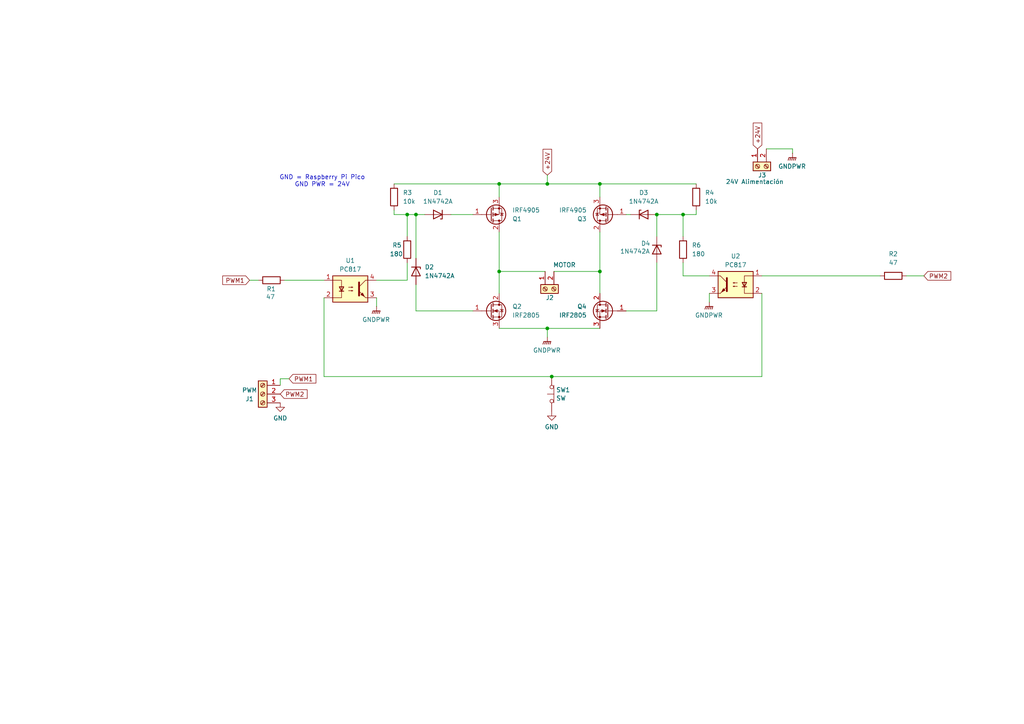
<source format=kicad_sch>
(kicad_sch (version 20231120) (generator "eeschema") (generator_version "8.0")
  (paper "A4")
  (lib_symbols
    (symbol "Connector:Screw_Terminal_01x02" (pin_names (offset 1.016) hide)
      (property "Reference" "J" (at 0 2.54 0))
      (property "Value" "Screw_Terminal_01x02" (at 0 -5.08 0))
      (symbol "Screw_Terminal_01x02_1_1"
        (rectangle (start -1.27 1.27) (end 1.27 -3.81) (stroke (width 0.254)) (fill (type background)))
        (circle (center 0 -2.54) (radius 0.635) (stroke (width 0.1524)))
        (polyline (pts (xy -0.5334 -2.2098) (xy 0.3302 -3.048)) (stroke (width 0.1524)))
        (polyline (pts (xy -0.5334 0.3302) (xy 0.3302 -0.508)) (stroke (width 0.1524)))
        (polyline (pts (xy -0.3556 -2.032) (xy 0.508 -2.8702)) (stroke (width 0.1524)))
        (polyline (pts (xy -0.3556 0.508) (xy 0.508 -0.3302)) (stroke (width 0.1524)))
        (circle (center 0 0) (radius 0.635) (stroke (width 0.1524)))
        (pin passive line (at -5.08 0 0) (length 3.81) (name "Pin_1") (number "1"))
        (pin passive line (at -5.08 -2.54 0) (length 3.81) (name "Pin_2") (number "2"))
      )
    )
    (symbol "Connector:Screw_Terminal_01x03" (pin_names (offset 1.016) hide)
      (property "Reference" "J" (at 0 5.08 0))
      (property "Value" "Screw_Terminal_01x03" (at 0 -5.08 0))
      (symbol "Screw_Terminal_01x03_1_1"
        (rectangle (start -1.27 3.81) (end 1.27 -3.81) (stroke (width 0.254)) (fill (type background)))
        (circle (center 0 -2.54) (radius 0.635) (stroke (width 0.1524)))
        (polyline (pts (xy -0.5334 -2.2098) (xy 0.3302 -3.048)) (stroke (width 0.1524)))
        (polyline (pts (xy -0.5334 0.3302) (xy 0.3302 -0.508)) (stroke (width 0.1524)))
        (polyline (pts (xy -0.5334 2.8702) (xy 0.3302 2.032)) (stroke (width 0.1524)))
        (polyline (pts (xy -0.3556 -2.032) (xy 0.508 -2.8702)) (stroke (width 0.1524)))
        (polyline (pts (xy -0.3556 0.508) (xy 0.508 -0.3302)) (stroke (width 0.1524)))
        (polyline (pts (xy -0.3556 3.048) (xy 0.508 2.2098)) (stroke (width 0.1524)))
        (circle (center 0 0) (radius 0.635) (stroke (width 0.1524)))
        (circle (center 0 2.54) (radius 0.635) (stroke (width 0.1524)))
        (pin passive line (at -5.08 2.54 0) (length 3.81) (name "Pin_1") (number "1"))
        (pin passive line (at -5.08 0 0) (length 3.81) (name "Pin_2") (number "2"))
        (pin passive line (at -5.08 -2.54 0) (length 3.81) (name "Pin_3") (number "3"))
      )
    )
    (symbol "Device:R" (pin_numbers hide) (pin_names (offset 0))
      (property "Reference" "R" (at 2.032 0 90))
      (property "Value" "R" (at 0 0 90))
      (symbol "R_0_1"
        (rectangle (start -1.016 -2.54) (end 1.016 2.54) (stroke (width 0.254)))
      )
      (symbol "R_1_1"
        (pin passive line (at 0 3.81 270) (length 1.27) (name "~") (number "1"))
        (pin passive line (at 0 -3.81 90) (length 1.27) (name "~") (number "2"))
      )
    )
    (symbol "Diode:1N47xxA" (pin_numbers hide) (pin_names hide)
      (property "Reference" "D" (at 0 2.54 0))
      (property "Value" "1N47xxA" (at 0 -2.54 0))
      (symbol "1N47xxA_0_1"
        (polyline (pts (xy 1.27 0) (xy -1.27 0)))
        (polyline (pts (xy -1.27 -1.27) (xy -1.27 1.27) (xy -0.762 1.27)) (stroke (width 0.254)))
        (polyline (pts (xy 1.27 -1.27) (xy 1.27 1.27) (xy -1.27 0) (xy 1.27 -1.27)) (stroke (width 0.254)))
      )
      (symbol "1N47xxA_1_1"
        (pin passive line (at -3.81 0 0) (length 2.54) (name "K") (number "1"))
        (pin passive line (at 3.81 0 180) (length 2.54) (name "A") (number "2"))
      )
    )
    (symbol "Isolator:PC817" (pin_names (offset 1.016))
      (property "Reference" "U" (at -5.08 5.08 0))
      (property "Value" "PC817" (at 0 5.08 0))
      (symbol "PC817_0_1"
        (rectangle (start -5.08 3.81) (end 5.08 -3.81) (stroke (width 0.254)) (fill (type background)))
        (polyline (pts (xy -3.175 -0.635) (xy -1.905 -0.635)) (stroke (width 0.254)))
        (polyline (pts (xy 2.54 0.635) (xy 4.445 2.54)))
        (polyline (pts (xy 4.445 -2.54) (xy 2.54 -0.635)) (fill (type outline)))
        (polyline (pts (xy 4.445 -2.54) (xy 5.08 -2.54)))
        (polyline (pts (xy 4.445 2.54) (xy 5.08 2.54)))
        (polyline (pts (xy -5.08 2.54) (xy -2.54 2.54) (xy -2.54 -0.635)))
        (polyline (pts (xy -2.54 -0.635) (xy -2.54 -2.54) (xy -5.08 -2.54)))
        (polyline (pts (xy 2.54 1.905) (xy 2.54 -1.905) (xy 2.54 -1.905)) (stroke (width 0.508)))
        (polyline (pts (xy -2.54 -0.635) (xy -3.175 0.635) (xy -1.905 0.635) (xy -2.54 -0.635)) (stroke (width 0.254)))
        (polyline (pts (xy -0.508 -0.508) (xy 0.762 -0.508) (xy 0.381 -0.635) (xy 0.381 -0.381) (xy 0.762 -0.508)))
        (polyline (pts (xy -0.508 0.508) (xy 0.762 0.508) (xy 0.381 0.381) (xy 0.381 0.635) (xy 0.762 0.508)))
        (polyline (pts (xy 3.048 -1.651) (xy 3.556 -1.143) (xy 4.064 -2.159) (xy 3.048 -1.651) (xy 3.048 -1.651)) (fill (type outline)))
      )
      (symbol "PC817_1_1"
        (pin passive line (at -7.62 2.54 0) (length 2.54) (name "~") (number "1"))
        (pin passive line (at -7.62 -2.54 0) (length 2.54) (name "~") (number "2"))
        (pin passive line (at 7.62 -2.54 180) (length 2.54) (name "~") (number "3"))
        (pin passive line (at 7.62 2.54 180) (length 2.54) (name "~") (number "4"))
      )
    )
    (symbol "Switch:SW_Push_Open" (pin_numbers hide) (pin_names (offset 1.016) hide)
      (property "Reference" "SW" (at 0 2.54 0))
      (property "Value" "SW_Push_Open" (at 0 -1.905 0))
      (symbol "SW_Push_Open_0_1"
        (circle (center -2.032 0) (radius 0.508))
        (polyline (pts (xy -2.54 -0.635) (xy 2.54 -0.635)))
        (polyline (pts (xy 0 -0.635) (xy 0 1.27)))
        (circle (center 2.032 0) (radius 0.508))
        (pin passive line (at -5.08 0 0) (length 2.54) (name "A") (number "1"))
      )
      (symbol "SW_Push_Open_1_1"
        (pin passive line (at 5.08 0 180) (length 2.54) (name "B") (number "2"))
      )
    )
    (symbol "Transistor_FET:IRF4905" (pin_names hide)
      (property "Reference" "Q" (at 5.08 1.905 0))
      (property "Value" "IRF4905" (at 5.08 0 0))
      (symbol "IRF4905_0_1"
        (polyline (pts (xy 0.254 0) (xy -2.54 0)))
        (polyline (pts (xy 0.254 1.905) (xy 0.254 -1.905)) (stroke (width 0.254)))
        (polyline (pts (xy 0.762 -1.27) (xy 0.762 -2.286)) (stroke (width 0.254)))
        (polyline (pts (xy 0.762 0.508) (xy 0.762 -0.508)) (stroke (width 0.254)))
        (polyline (pts (xy 0.762 2.286) (xy 0.762 1.27)) (stroke (width 0.254)))
        (polyline (pts (xy 2.54 2.54) (xy 2.54 1.778)))
        (polyline (pts (xy 2.54 -2.54) (xy 2.54 0) (xy 0.762 0)))
        (polyline (pts (xy 0.762 1.778) (xy 3.302 1.778) (xy 3.302 -1.778) (xy 0.762 -1.778)))
        (polyline (pts (xy 2.286 0) (xy 1.27 0.381) (xy 1.27 -0.381) (xy 2.286 0)) (fill (type outline)))
        (polyline (pts (xy 2.794 -0.508) (xy 2.921 -0.381) (xy 3.683 -0.381) (xy 3.81 -0.254)))
        (polyline (pts (xy 3.302 -0.381) (xy 2.921 0.254) (xy 3.683 0.254) (xy 3.302 -0.381)))
        (circle (center 1.651 0) (radius 2.794) (stroke (width 0.254)))
        (circle (center 2.54 -1.778) (radius 0.254) (fill (type outline)))
        (circle (center 2.54 1.778) (radius 0.254) (fill (type outline)))
      )
      (symbol "IRF4905_1_1"
        (pin input line (at -5.08 0 0) (length 2.54) (name "G") (number "1"))
        (pin passive line (at 2.54 5.08 270) (length 2.54) (name "D") (number "2"))
        (pin passive line (at 2.54 -5.08 90) (length 2.54) (name "S") (number "3"))
      )
    )
    (symbol "Transistor_FET:IRLZ44N" (pin_names hide)
      (property "Reference" "Q" (at 6.35 1.905 0))
      (property "Value" "IRLZ44N" (at 6.35 0 0))
      (symbol "IRLZ44N_0_1"
        (polyline (pts (xy 0.254 0) (xy -2.54 0)))
        (polyline (pts (xy 0.254 1.905) (xy 0.254 -1.905)) (stroke (width 0.254)))
        (polyline (pts (xy 0.762 -1.27) (xy 0.762 -2.286)) (stroke (width 0.254)))
        (polyline (pts (xy 0.762 0.508) (xy 0.762 -0.508)) (stroke (width 0.254)))
        (polyline (pts (xy 0.762 2.286) (xy 0.762 1.27)) (stroke (width 0.254)))
        (polyline (pts (xy 2.54 2.54) (xy 2.54 1.778)))
        (polyline (pts (xy 2.54 -2.54) (xy 2.54 0) (xy 0.762 0)))
        (polyline (pts (xy 0.762 -1.778) (xy 3.302 -1.778) (xy 3.302 1.778) (xy 0.762 1.778)))
        (polyline (pts (xy 1.016 0) (xy 2.032 0.381) (xy 2.032 -0.381) (xy 1.016 0)) (fill (type outline)))
        (polyline (pts (xy 2.794 0.508) (xy 2.921 0.381) (xy 3.683 0.381) (xy 3.81 0.254)))
        (polyline (pts (xy 3.302 0.381) (xy 2.921 -0.254) (xy 3.683 -0.254) (xy 3.302 0.381)))
        (circle (center 1.651 0) (radius 2.794) (stroke (width 0.254)))
        (circle (center 2.54 -1.778) (radius 0.254) (fill (type outline)))
        (circle (center 2.54 1.778) (radius 0.254) (fill (type outline)))
      )
      (symbol "IRLZ44N_1_1"
        (pin input line (at -5.08 0 0) (length 2.54) (name "G") (number "1"))
        (pin passive line (at 2.54 5.08 270) (length 2.54) (name "D") (number "2"))
        (pin passive line (at 2.54 -5.08 90) (length 2.54) (name "S") (number "3"))
      )
    )
    (symbol "power:GND" (power) (pin_names (offset 0))
      (property "Value" "GND" (at 0 -3.81 0))
      (symbol "GND_0_1"
        (polyline (pts (xy 0 0) (xy 0 -1.27) (xy 1.27 -1.27) (xy 0 -2.54) (xy -1.27 -1.27) (xy 0 -1.27)))
      )
      (symbol "GND_1_1"
        (pin power_in line (at 0 0 270) (length 0) hide (name "GND") (number "1"))
      )
    )
    (symbol "power:GNDPWR" (power) (pin_numbers hide) (pin_names (offset 0) hide)
      (property "Value" "GNDPWR" (at 0 -3.302 0))
      (symbol "GNDPWR_0_1"
        (polyline (pts (xy 0 -1.27) (xy 0 0)))
        (polyline (pts (xy -1.016 -1.27) (xy -1.27 -2.032) (xy -1.27 -2.032)) (stroke (width 0.2032)))
        (polyline (pts (xy -0.508 -1.27) (xy -0.762 -2.032) (xy -0.762 -2.032)) (stroke (width 0.2032)))
        (polyline (pts (xy 0 -1.27) (xy -0.254 -2.032) (xy -0.254 -2.032)) (stroke (width 0.2032)))
        (polyline (pts (xy 0.508 -1.27) (xy 0.254 -2.032) (xy 0.254 -2.032)) (stroke (width 0.2032)))
        (polyline (pts (xy 1.016 -1.27) (xy -1.016 -1.27) (xy -1.016 -1.27)) (stroke (width 0.2032)))
        (polyline (pts (xy 1.016 -1.27) (xy 0.762 -2.032) (xy 0.762 -2.032) (xy 0.762 -2.032)) (stroke (width 0.2032)))
      )
      (symbol "GNDPWR_1_1"
        (pin power_in line (at 0 0 270) (length 0) (name "~") (number "1"))
      )
    )
  )
  (junction (at 198.12 62.23))
  (junction (at 160.02 109.22))
  (junction (at 144.78 78.74))
  (junction (at 190.5 62.23))
  (junction (at 173.99 78.74))
  (junction (at 173.99 53.34))
  (junction (at 118.11 62.23))
  (junction (at 158.75 53.34))
  (junction (at 144.78 53.34))
  (junction (at 120.65 62.23))
  (junction (at 158.75 95.25))
  (wire (pts (xy 120.65 62.23) (xy 123.19 62.23)))
  (wire (pts (xy 114.3 60.96) (xy 114.3 62.23)))
  (wire (pts (xy 229.87 43.18) (xy 229.87 44.45)))
  (wire (pts (xy 190.5 76.2) (xy 190.5 90.17)))
  (wire (pts (xy 160.02 109.22) (xy 220.98 109.22)))
  (wire (pts (xy 144.78 78.74) (xy 144.78 85.09)))
  (wire (pts (xy 120.65 62.23) (xy 120.65 74.93)))
  (wire (pts (xy 81.28 109.855) (xy 83.82 109.855)))
  (wire (pts (xy 158.75 95.25) (xy 173.99 95.25)))
  (wire (pts (xy 173.99 67.31) (xy 173.99 78.74)))
  (wire (pts (xy 201.93 60.96) (xy 201.93 62.23)))
  (wire (pts (xy 114.3 62.23) (xy 118.11 62.23)))
  (wire (pts (xy 222.25 43.18) (xy 229.87 43.18)))
  (wire (pts (xy 182.88 62.23) (xy 181.61 62.23)))
  (wire (pts (xy 93.98 109.22) (xy 160.02 109.22)))
  (wire (pts (xy 160.655 78.74) (xy 173.99 78.74)))
  (wire (pts (xy 173.99 53.34) (xy 173.99 57.15)))
  (wire (pts (xy 114.3 53.34) (xy 144.78 53.34)))
  (wire (pts (xy 130.81 62.23) (xy 137.16 62.23)))
  (wire (pts (xy 198.12 80.01) (xy 205.74 80.01)))
  (wire (pts (xy 144.78 67.31) (xy 144.78 78.74)))
  (wire (pts (xy 118.11 62.23) (xy 118.11 68.58)))
  (wire (pts (xy 120.65 90.17) (xy 137.16 90.17)))
  (wire (pts (xy 220.98 80.01) (xy 255.27 80.01)))
  (wire (pts (xy 120.65 82.55) (xy 120.65 90.17)))
  (wire (pts (xy 81.28 111.76) (xy 81.28 109.855)))
  (wire (pts (xy 173.99 53.34) (xy 201.93 53.34)))
  (wire (pts (xy 173.99 85.09) (xy 173.99 78.74)))
  (wire (pts (xy 118.11 76.2) (xy 118.11 81.28)))
  (wire (pts (xy 198.12 62.23) (xy 201.93 62.23)))
  (wire (pts (xy 144.78 78.74) (xy 158.115 78.74)))
  (wire (pts (xy 109.22 81.28) (xy 118.11 81.28)))
  (wire (pts (xy 93.98 86.36) (xy 93.98 109.22)))
  (wire (pts (xy 198.12 62.23) (xy 198.12 68.58)))
  (wire (pts (xy 158.75 53.34) (xy 173.99 53.34)))
  (wire (pts (xy 158.75 97.79) (xy 158.75 95.25)))
  (wire (pts (xy 190.5 90.17) (xy 181.61 90.17)))
  (wire (pts (xy 205.74 85.09) (xy 205.74 87.63)))
  (wire (pts (xy 144.78 53.34) (xy 158.75 53.34)))
  (wire (pts (xy 109.22 86.36) (xy 109.22 88.9)))
  (wire (pts (xy 190.5 62.23) (xy 198.12 62.23)))
  (wire (pts (xy 220.98 85.09) (xy 220.98 109.22)))
  (wire (pts (xy 118.11 62.23) (xy 120.65 62.23)))
  (wire (pts (xy 198.12 76.2) (xy 198.12 80.01)))
  (wire (pts (xy 144.78 53.34) (xy 144.78 57.15)))
  (wire (pts (xy 262.89 80.01) (xy 267.97 80.01)))
  (wire (pts (xy 144.78 95.25) (xy 158.75 95.25)))
  (wire (pts (xy 190.5 62.23) (xy 190.5 68.58)))
  (wire (pts (xy 158.75 50.8) (xy 158.75 53.34)))
  (wire (pts (xy 82.55 81.28) (xy 93.98 81.28)))
  (wire (pts (xy 72.39 81.28) (xy 74.93 81.28)))
  (text "GND = Raspberry Pi Pico\nGND PWR = 24V" (at 93.472 52.578 0) (effects (font (size 1.27 1.27))))
  (global_label "PWM2" (shape input) (at 267.97 80.01 0) (property "Intersheetrefs" "${INTERSHEET_REFS}" (effects (hide yes))))
  (global_label "PWM1" (shape input) (at 83.82 109.855 0) (property "Intersheetrefs" "${INTERSHEET_REFS}" (effects (hide yes))))
  (global_label "+24V" (shape input) (at 219.71 43.18 90) (property "Intersheetrefs" "${INTERSHEET_REFS}" (effects (hide yes))))
  (global_label "PWM1" (shape input) (at 72.39 81.28 180) (property "Intersheetrefs" "${INTERSHEET_REFS}" (effects (hide yes))))
  (global_label "PWM2" (shape input) (at 81.28 114.3 0) (property "Intersheetrefs" "${INTERSHEET_REFS}" (effects (hide yes))))
  (global_label "+24V" (shape input) (at 158.75 50.8 90) (property "Intersheetrefs" "${INTERSHEET_REFS}" (effects (hide yes))))
  (symbol (lib_id "Device:R") (at 198.12 72.39 0) (unit 1)
    (property "Reference" "R6" (at 200.66 71.1199 0) (effects (justify left)))
    (property "Value" "180" (at 200.66 73.6599 0) (effects (justify left)))
    (property "Footprint" "Resistor_THT:R_Axial_DIN0309_L9.0mm_D3.2mm_P12.70mm_Horizontal" (effects (hide yes)))
    (property "Description" "Resistor" (effects (hide yes)))
  )
  (symbol (lib_id "Device:R") (at 78.74 81.28 90) (unit 1)
    (property "Reference" "R1" (at 80.01 83.82 90) (effects (justify left)))
    (property "Value" "47" (at 79.756 86.106 90) (effects (justify left)))
    (property "Footprint" "Resistor_THT:R_Axial_DIN0309_L9.0mm_D3.2mm_P12.70mm_Horizontal" (effects (hide yes)))
  )
  (symbol (lib_id "Switch:SW_Push_Open") (at 160.02 114.3 90) (unit 1)
    (property "Reference" "SW1" (at 161.29 113.0878 90) (effects (justify right)))
    (property "Value" "SW" (at 161.29 115.5121 90) (effects (justify right)))
    (property "Footprint" "Connector_PinHeader_2.54mm:PinHeader_1x02_P2.54mm_Vertical" (effects (hide yes)))
  )
  (symbol (lib_id "power:GND") (at 160.02 119.38 0) (unit 1)
    (property "Reference" "#PWR05" (effects (hide yes)))
    (property "Value" "GND" (at 160.02 123.825 0))
  )
  (symbol (lib_id "Transistor_FET:IRF4905") (at 142.24 62.23 0) (mirror x) (unit 1)
    (property "Reference" "Q1" (at 148.59 63.5 0) (effects (justify left)))
    (property "Value" "IRF4905" (at 148.59 60.96 0) (effects (justify left)))
    (property "Footprint" "Package_TO_SOT_THT:TO-220-3_Vertical" (effects (hide yes)))
    (property "Datasheet" "http://www.infineon.com/dgdl/irf4905.pdf?fileId=5546d462533600a4015355e32165197c" (effects (hide yes)))
  )
  (symbol (lib_id "power:GNDPWR") (at 229.87 44.45 0) (unit 1)
    (property "Reference" "#PWR06" (effects (hide yes)))
    (property "Value" "GNDPWR" (at 229.743 48.26 0))
    (property "Description" "Power symbol creates a global label with name \"GNDPWR\" , global ground" (effects (hide yes)))
  )
  (symbol (lib_id "Connector:Screw_Terminal_01x03") (at 76.2 114.3 0) (mirror y) (unit 1)
    (property "Reference" "J1" (at 72.39 115.697 0))
    (property "Value" "PWM" (at 72.39 113.157 0))
    (property "Footprint" "Connector_PinHeader_2.54mm:PinHeader_1x03_P2.54mm_Vertical" (effects (hide yes)))
  )
  (symbol (lib_id "Device:R") (at 114.3 57.15 0) (unit 1)
    (property "Reference" "R3" (at 116.84 55.8799 0) (effects (justify left)))
    (property "Value" "10k" (at 116.84 58.4199 0) (effects (justify left)))
    (property "Footprint" "Resistor_THT:R_Axial_DIN0309_L9.0mm_D3.2mm_P12.70mm_Horizontal" (effects (hide yes)))
  )
  (symbol (lib_id "Diode:1N47xxA") (at 190.5 72.39 270) (unit 1)
    (property "Reference" "D4" (at 185.928 70.612 90) (effects (justify left)))
    (property "Value" "1N4742A" (at 179.832 72.898 90) (effects (justify left)))
    (property "Footprint" "Diode_THT:D_DO-41_SOD81_P10.16mm_Horizontal" (effects (hide yes)))
    (property "Datasheet" "https://www.vishay.com/docs/85816/1n4728a.pdf" (effects (hide yes)))
    (property "Description" "1300mW Silicon planar power Zener diodes, DO-41" (effects (hide yes)))
  )
  (symbol (lib_id "power:GNDPWR") (at 158.75 97.79 0) (unit 1)
    (property "Reference" "#PWR04" (effects (hide yes)))
    (property "Value" "GNDPWR" (at 158.623 101.6 0))
    (property "Description" "Power symbol creates a global label with name \"GNDPWR\" , global ground" (effects (hide yes)))
  )
  (symbol (lib_id "power:GND") (at 81.28 116.84 0) (unit 1)
    (property "Reference" "#PWR02" (effects (hide yes)))
    (property "Value" "GND" (at 81.28 121.285 0))
  )
  (symbol (lib_id "Diode:1N47xxA") (at 186.69 62.23 0) (unit 1)
    (property "Reference" "D3" (at 186.69 55.88 0))
    (property "Value" "1N4742A" (at 186.69 58.42 0))
    (property "Footprint" "Diode_THT:D_DO-41_SOD81_P10.16mm_Horizontal" (effects (hide yes)))
    (property "Datasheet" "https://www.vishay.com/docs/85816/1n4728a.pdf" (effects (hide yes)))
    (property "Description" "1300mW Silicon planar power Zener diodes, DO-41" (effects (hide yes)))
  )
  (symbol (lib_id "Transistor_FET:IRLZ44N") (at 142.24 90.17 0) (unit 1)
    (property "Reference" "Q2" (at 148.59 88.8999 0) (effects (justify left)))
    (property "Value" "IRF2805" (at 148.59 91.4399 0) (effects (justify left)))
    (property "Footprint" "Package_TO_SOT_THT:TO-220-3_Vertical" (effects (hide yes)))
    (property "Datasheet" "http://www.irf.com/product-info/datasheets/data/irlz44n.pdf" (effects (hide yes)))
  )
  (symbol (lib_id "power:GNDPWR") (at 109.22 88.9 0) (unit 1)
    (property "Reference" "#PWR03" (effects (hide yes)))
    (property "Value" "GNDPWR" (at 109.093 92.71 0))
    (property "Description" "Power symbol creates a global label with name \"GNDPWR\" , global ground" (effects (hide yes)))
  )
  (symbol (lib_id "Device:R") (at 118.11 72.39 0) (unit 1)
    (property "Reference" "R5" (at 113.792 71.12 0) (effects (justify left)))
    (property "Value" "180" (at 113.03 73.66 0) (effects (justify left)))
    (property "Footprint" "Resistor_THT:R_Axial_DIN0309_L9.0mm_D3.2mm_P12.70mm_Horizontal" (effects (hide yes)))
  )
  (symbol (lib_id "power:GNDPWR") (at 205.74 87.63 0) (unit 1)
    (property "Reference" "#PWR010" (effects (hide yes)))
    (property "Value" "GNDPWR" (at 205.613 91.44 0))
    (property "Description" "Power symbol creates a global label with name \"GNDPWR\" , global ground" (effects (hide yes)))
  )
  (symbol (lib_id "Connector:Screw_Terminal_01x02") (at 158.115 83.82 90) (mirror x) (unit 1)
    (property "Reference" "J2" (at 160.655 86.36 90) (effects (justify left)))
    (property "Value" "MOTOR" (at 167.005 76.835 90) (effects (justify left)))
    (property "Footprint" "TerminalBlock_Dinkle:TerminalBlock_Dinkle_DT-55-B01X-02_P10.00mm" (effects (hide yes)))
  )
  (symbol (lib_id "Device:R") (at 201.93 57.15 0) (unit 1)
    (property "Reference" "R4" (at 204.47 55.8799 0) (effects (justify left)))
    (property "Value" "10k" (at 204.47 58.4199 0) (effects (justify left)))
    (property "Footprint" "Resistor_THT:R_Axial_DIN0309_L9.0mm_D3.2mm_P12.70mm_Horizontal" (effects (hide yes)))
  )
  (symbol (lib_id "Device:R") (at 259.08 80.01 90) (unit 1)
    (property "Reference" "R2" (at 259.08 73.66 90))
    (property "Value" "47" (at 259.08 76.2 90))
    (property "Footprint" "Resistor_THT:R_Axial_DIN0309_L9.0mm_D3.2mm_P12.70mm_Horizontal" (effects (hide yes)))
    (property "Description" "Resistor" (effects (hide yes)))
  )
  (symbol (lib_id "Transistor_FET:IRLZ44N") (at 176.53 90.17 0) (mirror y) (unit 1)
    (property "Reference" "Q4" (at 170.18 88.9 0) (effects (justify left)))
    (property "Value" "IRF2805" (at 170.18 91.44 0) (effects (justify left)))
    (property "Footprint" "Package_TO_SOT_THT:TO-220-3_Vertical" (effects (hide yes)))
    (property "Datasheet" "http://www.irf.com/product-info/datasheets/data/irlz44n.pdf" (effects (hide yes)))
  )
  (symbol (lib_id "Connector:Screw_Terminal_01x02") (at 219.71 48.26 90) (mirror x) (unit 1)
    (property "Reference" "J3" (at 222.25 50.8 90) (effects (justify left)))
    (property "Value" "24V Alimentación" (at 227.33 52.705 90) (effects (justify left)))
    (property "Footprint" "TerminalBlock_Dinkle:TerminalBlock_Dinkle_DT-55-B01X-02_P10.00mm" (effects (hide yes)))
  )
  (symbol (lib_id "Diode:1N47xxA") (at 127 62.23 180) (unit 1)
    (property "Reference" "D1" (at 127 55.88 0))
    (property "Value" "1N4742A" (at 127 58.42 0))
    (property "Footprint" "Diode_THT:D_DO-41_SOD81_P10.16mm_Horizontal" (effects (hide yes)))
    (property "Datasheet" "https://www.vishay.com/docs/85816/1n4728a.pdf" (effects (hide yes)))
    (property "Description" "1300mW Silicon planar power Zener diodes, DO-41" (effects (hide yes)))
  )
  (symbol (lib_id "Transistor_FET:IRF4905") (at 176.53 62.23 180) (unit 1)
    (property "Reference" "Q3" (at 170.18 63.5 0) (effects (justify left)))
    (property "Value" "IRF4905" (at 170.18 60.96 0) (effects (justify left)))
    (property "Footprint" "Package_TO_SOT_THT:TO-220-3_Vertical" (effects (hide yes)))
    (property "Datasheet" "http://www.infineon.com/dgdl/irf4905.pdf?fileId=5546d462533600a4015355e32165197c" (effects (hide yes)))
  )
  (symbol (lib_id "Isolator:PC817") (at 213.36 82.55 0) (mirror y) (unit 1)
    (property "Reference" "U2" (at 213.36 74.295 0))
    (property "Value" "PC817" (at 213.36 76.835 0))
    (property "Footprint" "Package_DIP:DIP-4_W7.62mm" (effects (hide yes)))
    (property "Datasheet" "http://www.soselectronic.cz/a_info/resource/d/pc817.pdf" (effects (hide yes)))
  )
  (symbol (lib_id "Isolator:PC817") (at 101.6 83.82 0) (unit 1)
    (property "Reference" "U1" (at 101.6 75.565 0))
    (property "Value" "PC817" (at 101.6 78.105 0))
    (property "Footprint" "Package_DIP:DIP-4_W7.62mm" (effects (hide yes)))
    (property "Datasheet" "http://www.soselectronic.cz/a_info/resource/d/pc817.pdf" (effects (hide yes)))
  )
  (symbol (lib_id "Diode:1N47xxA") (at 120.65 78.74 270) (unit 1)
    (property "Reference" "D2" (at 123.19 77.4699 90) (effects (justify left)))
    (property "Value" "1N4742A" (at 123.19 80.0099 90) (effects (justify left)))
    (property "Footprint" "Diode_THT:D_DO-41_SOD81_P10.16mm_Horizontal" (effects (hide yes)))
    (property "Datasheet" "https://www.vishay.com/docs/85816/1n4728a.pdf" (effects (hide yes)))
    (property "Description" "1300mW Silicon planar power Zener diodes, DO-41" (effects (hide yes)))
  )
)
</source>
